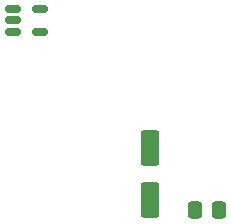
<source format=gbr>
%TF.GenerationSoftware,KiCad,Pcbnew,(7.0.0)*%
%TF.CreationDate,2024-08-26T11:17:35-04:00*%
%TF.ProjectId,nrf24l01_bob,6e726632-346c-4303-915f-626f622e6b69,rev?*%
%TF.SameCoordinates,Original*%
%TF.FileFunction,Paste,Top*%
%TF.FilePolarity,Positive*%
%FSLAX46Y46*%
G04 Gerber Fmt 4.6, Leading zero omitted, Abs format (unit mm)*
G04 Created by KiCad (PCBNEW (7.0.0)) date 2024-08-26 11:17:35*
%MOMM*%
%LPD*%
G01*
G04 APERTURE LIST*
G04 Aperture macros list*
%AMRoundRect*
0 Rectangle with rounded corners*
0 $1 Rounding radius*
0 $2 $3 $4 $5 $6 $7 $8 $9 X,Y pos of 4 corners*
0 Add a 4 corners polygon primitive as box body*
4,1,4,$2,$3,$4,$5,$6,$7,$8,$9,$2,$3,0*
0 Add four circle primitives for the rounded corners*
1,1,$1+$1,$2,$3*
1,1,$1+$1,$4,$5*
1,1,$1+$1,$6,$7*
1,1,$1+$1,$8,$9*
0 Add four rect primitives between the rounded corners*
20,1,$1+$1,$2,$3,$4,$5,0*
20,1,$1+$1,$4,$5,$6,$7,0*
20,1,$1+$1,$6,$7,$8,$9,0*
20,1,$1+$1,$8,$9,$2,$3,0*%
G04 Aperture macros list end*
%ADD10RoundRect,0.250000X-0.337500X-0.475000X0.337500X-0.475000X0.337500X0.475000X-0.337500X0.475000X0*%
%ADD11RoundRect,0.250000X0.550000X-1.250000X0.550000X1.250000X-0.550000X1.250000X-0.550000X-1.250000X0*%
%ADD12RoundRect,0.150000X-0.512500X-0.150000X0.512500X-0.150000X0.512500X0.150000X-0.512500X0.150000X0*%
G04 APERTURE END LIST*
D10*
%TO.C,C4*%
X143742500Y-101346000D03*
X145817500Y-101346000D03*
%TD*%
D11*
%TO.C,C3*%
X139954000Y-100498000D03*
X139954000Y-96098000D03*
%TD*%
D12*
%TO.C,U2*%
X128402500Y-84328000D03*
X128402500Y-85278000D03*
X128402500Y-86228000D03*
X130677500Y-86228000D03*
X130677500Y-84328000D03*
%TD*%
M02*

</source>
